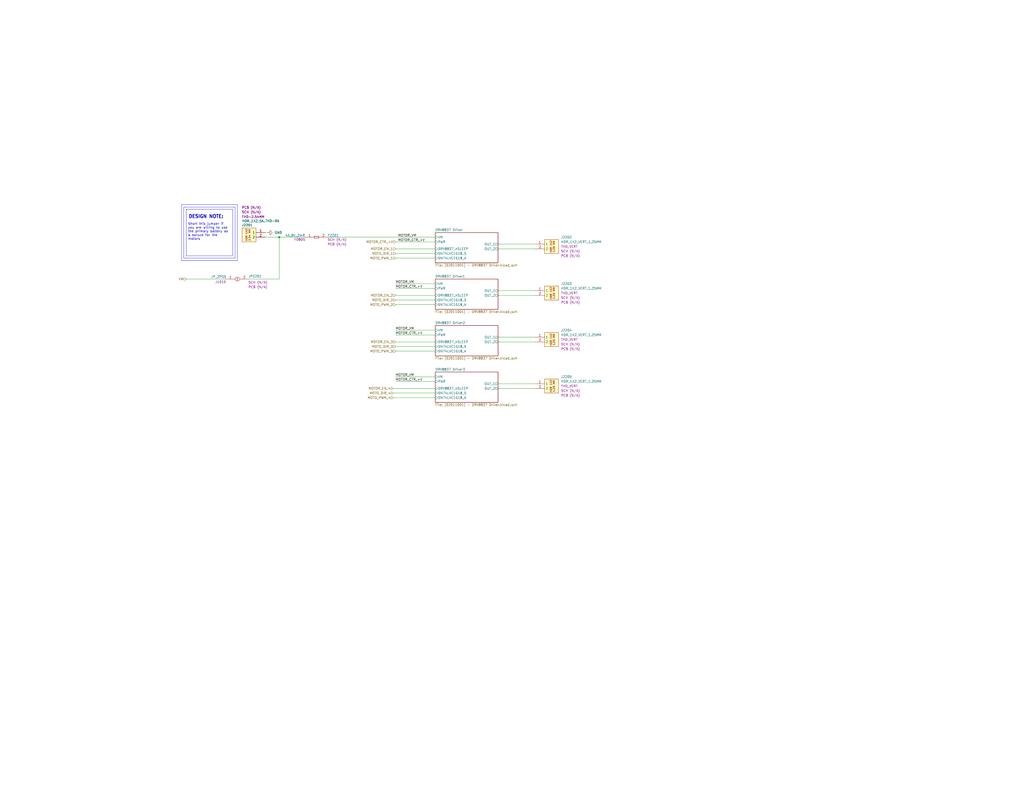
<source format=kicad_sch>
(kicad_sch (version 20231120) (generator "eeschema") (generator_version "8.0")
  (paper "C")
  (title_block (title "Quadcopter") (date "2024-03-17") (rev "01") (company "Mend0z0") (comment 1 "01") (comment 2 "PRELIMINARY") (comment 3 "Siavash Taher Parvar") (comment 8 "N/A") (comment 9 "First Version"))
  (lib_symbols
    (symbol "_SCHLIB_Qcopter:CONN_HDR_1X2_5A_RA_THD-2.54MM"
      (property "Reference" "J" (at 3.556 4.064 0))
      (property "Value" "HDR_1X2_5A_THD-RA" (at 3.81 6.604 0))
      (property "Package" "THD-2.54MM" (at 3.81 35.306 0))
      (property "SCH CHECK" "SCH (N/A)" (at 3.81 29.972 0))
      (property "PCB CHECK" "PCB (N/A)" (at 3.81 32.512 0))
      (symbol "CONN_HDR_1X2_5A_RA_THD-2.54MM_1_1"
        (rectangle (start 0 0) (end 7.62 -7.62) (fill (type background)))
        (text "HDR 1X2\n2.54 MM" (at 4.318 -3.81 900) (effects (font (size 1.016 1.016))))
        (pin passive line (at -5.08 -2.54 0) (length 5.08) (name "1") (number "1"))
        (pin passive line (at -5.08 -5.08 0) (length 5.08) (name "2") (number "2"))
      )
    )
    (symbol "_SCHLIB_Qcopter:CONN_HDR_1X2_VERT_THD-1.25MM"
      (property "Reference" "J" (at 3.556 4.064 0))
      (property "Value" "HDR_1X2_VERT_1.25MM" (at 3.81 6.604 0))
      (property "Package" "THD_VERT" (at 3.81 35.306 0))
      (property "SCH CHECK" "SCH (N/A)" (at 3.81 29.972 0))
      (property "PCB CHECK" "PCB (N/A)" (at 3.81 32.512 0))
      (symbol "CONN_HDR_1X2_VERT_THD-1.25MM_1_1"
        (rectangle (start 0 0) (end 7.62 -7.62) (fill (type background)))
        (text "HDR 1X2\n1.25 MM" (at 4.318 -3.81 900) (effects (font (size 1.016 1.016))))
        (pin passive line (at -5.08 -2.54 0) (length 5.08) (name "1") (number "1"))
        (pin passive line (at -5.08 -5.08 0) (length 5.08) (name "2") (number "2"))
      )
    )
    (symbol "_SCHLIB_Qcopter:FUSE_PTC_PTSLR08058V400_4A_8A_8V_F0805"
      (property "Reference" "F" (at 3.556 4.064 0))
      (property "Value" "4A_8V_2mR" (at 3.81 6.604 0))
      (property "Package" "F0805" (at 3.81 35.306 0))
      (property "SCH CHECK" "SCH (N/A)" (at 3.81 29.972 0))
      (property "PCB CHECK" "PCB (N/A)" (at 3.81 32.512 0))
      (symbol "FUSE_PTC_PTSLR08058V400_4A_8A_8V_F0805_0_1"
        (polyline (pts (xy 5.08 0) (xy 7.62 0)))
        (polyline (pts (xy 5.08 0.635) (xy 7.62 0.635) (xy 7.62 -0.635) (xy 5.08 -0.635) (xy 5.08 0.635)))
      )
      (symbol "FUSE_PTC_PTSLR08058V400_4A_8A_8V_F0805_1_1"
        (pin passive line (at 0 0 0) (length 5.08) (name "") (number "1"))
        (pin passive line (at 12.7 0 180) (length 5.08) (name "") (number "2"))
      )
    )
    (symbol "_SCHLIB_Qcopter:MECH_JUMPER_2POS_J1015" (in_bom no)
      (property "Reference" "JP" (at 3.556 4.064 0))
      (property "Value" "JP_2POS" (at 3.81 6.604 0))
      (property "Package" "J1015" (at 3.81 35.306 0))
      (property "SCH CHECK" "SCH (N/A)" (at 3.81 29.972 0))
      (property "PCB CHECK" "PCB (N/A)" (at 3.81 32.512 0))
      (symbol "MECH_JUMPER_2POS_J1015_0_1"
        (polyline (pts (xy 6.096 1.016) (xy 6.096 -1.016)))
        (polyline (pts (xy 6.604 1.016) (xy 6.604 -1.016)))
        (arc (start 6.096 1.016) (mid 5.08 0) (end 6.096 -1.016))
        (arc (start 6.604 -1.016) (mid 7.62 0) (end 6.604 1.016))
      )
      (symbol "MECH_JUMPER_2POS_J1015_1_1"
        (pin passive line (at 0 0 0) (length 5.08) (name "") (number "1"))
        (pin passive line (at 12.7 0 180) (length 5.08) (name "") (number "2"))
      )
    )
    (symbol "power:GND" (power) (pin_numbers hide) (pin_names (offset 0) hide)
      (property "Value" "GND" (at 0 -3.81 0))
      (symbol "GND_0_1"
        (polyline (pts (xy 0 0) (xy 0 -1.27) (xy 1.27 -1.27) (xy 0 -2.54) (xy -1.27 -1.27) (xy 0 -1.27)))
      )
      (symbol "GND_1_1"
        (pin power_in line (at 0 0 270) (length 0) (name "~") (number "1"))
      )
    )
  )
  (junction (at 152.4 129.54))
  (polyline (pts (xy 99.06 111.76) (xy 129.54 111.76)))
  (wire (pts (xy 179.07 129.54) (xy 237.49 129.54)))
  (wire (pts (xy 135.89 152.4) (xy 152.4 152.4)))
  (wire (pts (xy 271.78 158.75) (xy 292.1 158.75)))
  (wire (pts (xy 215.9 135.89) (xy 237.49 135.89)))
  (wire (pts (xy 215.9 186.69) (xy 237.49 186.69)))
  (wire (pts (xy 215.9 138.43) (xy 237.49 138.43)))
  (wire (pts (xy 215.9 163.83) (xy 237.49 163.83)))
  (wire (pts (xy 215.9 132.08) (xy 237.49 132.08)))
  (polyline (pts (xy 99.06 142.24) (xy 129.54 142.24)))
  (wire (pts (xy 215.9 189.23) (xy 237.49 189.23)))
  (polyline (pts (xy 100.33 113.03) (xy 128.27 113.03)))
  (polyline (pts (xy 128.27 140.97) (xy 100.33 140.97)))
  (polyline (pts (xy 100.33 113.03) (xy 100.33 140.97)))
  (wire (pts (xy 215.9 191.77) (xy 237.49 191.77)))
  (wire (pts (xy 215.9 157.48) (xy 237.49 157.48)))
  (wire (pts (xy 215.9 161.29) (xy 237.49 161.29)))
  (polyline (pts (xy 128.27 113.03) (xy 128.27 140.97)))
  (wire (pts (xy 214.63 214.63) (xy 237.49 214.63)))
  (wire (pts (xy 271.78 135.89) (xy 292.1 135.89)))
  (wire (pts (xy 292.1 184.15) (xy 271.78 184.15)))
  (wire (pts (xy 214.63 217.17) (xy 237.49 217.17)))
  (wire (pts (xy 215.9 140.97) (xy 237.49 140.97)))
  (wire (pts (xy 152.4 152.4) (xy 152.4 129.54)))
  (wire (pts (xy 271.78 212.09) (xy 292.1 212.09)))
  (wire (pts (xy 215.9 182.88) (xy 237.49 182.88)))
  (wire (pts (xy 214.63 212.09) (xy 237.49 212.09)))
  (wire (pts (xy 144.78 127) (xy 146.05 127)))
  (wire (pts (xy 237.49 154.94) (xy 215.9 154.94)))
  (wire (pts (xy 237.49 180.34) (xy 215.9 180.34)))
  (wire (pts (xy 271.78 161.29) (xy 292.1 161.29)))
  (polyline (pts (xy 99.06 111.76) (xy 99.06 142.24)))
  (wire (pts (xy 152.4 129.54) (xy 144.78 129.54)))
  (wire (pts (xy 123.19 152.4) (xy 101.6 152.4)))
  (wire (pts (xy 237.49 205.74) (xy 215.9 205.74)))
  (wire (pts (xy 215.9 166.37) (xy 237.49 166.37)))
  (wire (pts (xy 271.78 209.55) (xy 292.1 209.55)))
  (wire (pts (xy 271.78 186.69) (xy 292.1 186.69)))
  (wire (pts (xy 215.9 208.28) (xy 237.49 208.28)))
  (polyline (pts (xy 129.54 111.76) (xy 129.54 142.24)))
  (wire (pts (xy 271.78 133.35) (xy 292.1 133.35)))
  (wire (pts (xy 152.4 129.54) (xy 166.37 129.54)))
  (text_box "\n\n\nShort this jumper if you are willing to use the primary battery as a soruce for the motors" (at 101.6 114.3 0) (size 25.4 25.4) (effects (font (size 1.27 1.27)) (justify left top)))
  (text "DESIGN NOTE:" (at 102.87 119.38 0) (effects (font (size 1.8 1.8) (bold yes)) (justify left bottom)))
  (label "MOTOR_VM" (at 215.9 180.34 0))
  (label "MOTOR_VM" (at 217.17 129.54 0))
  (label "MOTOR_CTR_+V" (at 215.9 208.28 0))
  (label "MOTOR_CTR_+V" (at 215.9 157.48 0))
  (label "MOTOR_VM" (at 215.9 154.94 0))
  (label "MOTOR_CTR_+V" (at 217.17 132.08 0))
  (label "MOTOR_VM" (at 215.9 205.74 0))
  (label "MOTOR_CTR_+V" (at 215.9 182.88 0))
  (hierarchical_label "VM" (shape input) (at 101.6 152.4 180))
  (hierarchical_label "MOTOR_EN_2" (shape input) (at 215.9 161.29 180))
  (hierarchical_label "MOTOR_CTR_+V" (shape input) (at 215.9 132.08 180))
  (hierarchical_label "MOTO_DIR_3" (shape input) (at 215.9 189.23 180))
  (hierarchical_label "MOTO_PWM_2" (shape input) (at 215.9 166.37 180))
  (hierarchical_label "MOTO_DIR_2" (shape input) (at 215.9 163.83 180))
  (hierarchical_label "MOTO_PWM_1" (shape input) (at 215.9 140.97 180))
  (hierarchical_label "MOTOR_EN_4" (shape input) (at 214.63 212.09 180))
  (hierarchical_label "MOTOR_EN_3" (shape input) (at 215.9 186.69 180))
  (hierarchical_label "MOTO_PWM_4" (shape input) (at 214.63 217.17 180))
  (hierarchical_label "MOTO_PWM_3" (shape input) (at 215.9 191.77 180))
  (hierarchical_label "MOTO_DIR_1" (shape input) (at 215.9 138.43 180))
  (hierarchical_label "MOTO_DIR_4" (shape input) (at 214.63 214.63 180))
  (hierarchical_label "MOTOR_EN_1" (shape input) (at 215.9 135.89 180))
  (symbol (lib_id "_SCHLIB_Qcopter:CONN_HDR_1X2_5A_RA_THD-2.54MM") (at 139.7 124.46 0) (mirror y) (unit 1)
    (property "Reference" "J2201" (at 134.874 122.936 0))
    (property "Value" "HDR_1X2_5A_THD-RA" (at 142.24 120.65 0))
    (property "Footprint" "Connector_PinHeader_2.54mm:PinHeader_1x02_P2.54mm_Horizontal" (effects (hide yes)))
    (property "Datasheet" "https://mm.digikey.com/Volume0/opasdata/d220001/medias/docus/386/SWR25X-NRTC-Sxx-Rx-BA.pdf" (effects (hide yes)))
    (property "Description" "Connector Header Through Hole, Right Angle 2 position 0.100\" (2.54mm)" (effects (hide yes)))
    (property "Package" "THD-2.54MM" (at 138.176 118.364 0))
    (property "Part Number (Manufacturer)" "SWR25X-NRTC-S02-RB-BA" (effects (hide yes)))
    (property "Manufacturer" "Sullins Connector Solutions" (effects (hide yes)))
    (property "Part Number (Vendor)" "S9499-ND" (effects (hide yes)))
    (property "Vendor" "Digikey" (effects (hide yes)))
    (property "Purchase Link" "https://www.digikey.ca/en/products/detail/sullins-connector-solutions/SWR25X-NRTC-S02-RB-BA/2769660" (effects (hide yes)))
    (property "SCH CHECK" "SCH (N/A)" (at 137.16 115.824 0))
    (property "PCB CHECK" "PCB (N/A)" (at 137.16 113.284 0))
  )
  (symbol (lib_id "_SCHLIB_Qcopter:CONN_HDR_1X2_VERT_THD-1.25MM") (at 297.18 130.81 0) (unit 1)
    (property "Reference" "J2202" (at 306.07 129.5399 0) (effects (justify left)))
    (property "Value" "HDR_1X2_VERT_1.25MM" (at 306.07 132.0799 0) (effects (justify left)))
    (property "Footprint" "Connector_Hirose:Hirose_DF13-02P-1.25DSA_1x02_P1.25mm_Vertical" (effects (hide yes)))
    (property "Datasheet" "https://cdn.amphenol-cs.com/media/wysiwyg/files/documentation/datasheet/boardwiretoboard/bwb_1.25mm_wtb.pdf" (effects (hide yes)))
    (property "Description" "Connector Header Through Hole 2 position 0.049\" (1.25mm)" (effects (hide yes)))
    (property "Package" "THD_VERT" (at 306.07 134.6199 0) (effects (justify left)))
    (property "Part Number (Manufacturer)" "10114829-10102LF" (effects (hide yes)))
    (property "Manufacturer" "Amphenol ICC (FCI)" (effects (hide yes)))
    (property "Part Number (Vendor)" "609-4383-2-ND" (effects (hide yes)))
    (property "Vendor" "Digikey" (effects (hide yes)))
    (property "Purchase Link" "https://www.digikey.ca/en/products/detail/amphenol-cs-fci/10114829-10102LF/2658929" (effects (hide yes)))
    (property "SCH CHECK" "SCH (N/A)" (at 306.07 137.1599 0) (effects (justify left)))
    (property "PCB CHECK" "PCB (N/A)" (at 306.07 139.6999 0) (effects (justify left)))
  )
  (symbol (lib_id "_SCHLIB_Qcopter:MECH_JUMPER_2POS_J1015") (at 123.19 152.4 0) (unit 1) (in_bom no)
    (property "Reference" "JP2201" (at 139.192 150.876 0))
    (property "Value" "JP_2POS" (at 119.38 151.13 0))
    (property "Footprint" "Jumper:SolderJumper-2_P1.3mm_Open_TrianglePad1.0x1.5mm" (effects (hide yes)))
    (property "Datasheet" "N/A" (effects (hide yes)))
    (property "Description" "Jumper, 2POS, J1015" (effects (hide yes)))
    (property "Package" "J1015" (at 120.396 153.924 0))
    (property "Part Number (Manufacturer)" "N/A" (effects (hide yes)))
    (property "Manufacturer" "N/A" (effects (hide yes)))
    (property "Part Number (Vendor)" "N/A" (effects (hide yes)))
    (property "Vendor" "N/A" (effects (hide yes)))
    (property "Purchase Link" "N/A" (effects (hide yes)))
    (property "SCH CHECK" "SCH (N/A)" (at 140.716 154.178 0))
    (property "PCB CHECK" "PCB (N/A)" (at 140.716 156.718 0))
  )
  (symbol (lib_id "_SCHLIB_Qcopter:FUSE_PTC_PTSLR08058V400_4A_8A_8V_F0805") (at 166.37 129.54 0) (unit 1)
    (property "Reference" "F2201" (at 181.864 128.524 0))
    (property "Value" "4A_8V_2mR" (at 161.036 128.524 0))
    (property "Footprint" "Fuse:Fuse_0805_2012Metric" (effects (hide yes)))
    (property "Datasheet" "https://www.eaton.com/content/dam/eaton/products/electronic-components/resources/data-sheet/eaton-ptslr0805-surface-mount-resettable-fuse-data-sheet.pdf" (effects (hide yes)))
    (property "Description" "PTC Resettable Fuse 8V 4 A Ih Surface Mount 0805 (2012 Metric), Concave" (effects (hide yes)))
    (property "Package" "F0805" (at 163.576 130.81 0))
    (property "Part Number (Manufacturer)" "PTSLR08058V400" (effects (hide yes)))
    (property "Manufacturer" "Eaton - Electronics Division" (effects (hide yes)))
    (property "Part Number (Vendor)" "283-PTSLR08058V400TR-ND" (effects (hide yes)))
    (property "Vendor" "Digikey" (effects (hide yes)))
    (property "Purchase Link" "https://www.digikey.ca/en/products/detail/eaton-electronics-division/PTSLR08058V400/15193511" (effects (hide yes)))
    (property "SCH CHECK" "SCH (N/A)" (at 183.896 130.81 0))
    (property "PCB CHECK" "PCB (N/A)" (at 183.896 133.35 0))
  )
  (symbol (lib_id "power:GND") (at 146.05 127 90) (unit 1)
    (property "Reference" "#PWR02201" (effects (hide yes)))
    (property "Value" "GND" (at 149.86 126.9999 90) (effects (justify right)))
    (property "Description" "Power symbol creates a global label with name \"GND\" , ground" (effects (hide yes)))
  )
  (symbol (lib_id "_SCHLIB_Qcopter:CONN_HDR_1X2_VERT_THD-1.25MM") (at 297.18 156.21 0) (unit 1)
    (property "Reference" "J2203" (at 306.07 154.9399 0) (effects (justify left)))
    (property "Value" "HDR_1X2_VERT_1.25MM" (at 306.07 157.4799 0) (effects (justify left)))
    (property "Footprint" "Connector_Hirose:Hirose_DF13-02P-1.25DSA_1x02_P1.25mm_Vertical" (effects (hide yes)))
    (property "Datasheet" "https://cdn.amphenol-cs.com/media/wysiwyg/files/documentation/datasheet/boardwiretoboard/bwb_1.25mm_wtb.pdf" (effects (hide yes)))
    (property "Description" "Connector Header Through Hole 2 position 0.049\" (1.25mm)" (effects (hide yes)))
    (property "Package" "THD_VERT" (at 306.07 160.0199 0) (effects (justify left)))
    (property "Part Number (Manufacturer)" "10114829-10102LF" (effects (hide yes)))
    (property "Manufacturer" "Amphenol ICC (FCI)" (effects (hide yes)))
    (property "Part Number (Vendor)" "609-4383-2-ND" (effects (hide yes)))
    (property "Vendor" "Digikey" (effects (hide yes)))
    (property "Purchase Link" "https://www.digikey.ca/en/products/detail/amphenol-cs-fci/10114829-10102LF/2658929" (effects (hide yes)))
    (property "SCH CHECK" "SCH (N/A)" (at 306.07 162.5599 0) (effects (justify left)))
    (property "PCB CHECK" "PCB (N/A)" (at 306.07 165.0999 0) (effects (justify left)))
  )
  (symbol (lib_id "_SCHLIB_Qcopter:CONN_HDR_1X2_VERT_THD-1.25MM") (at 297.18 181.61 0) (unit 1)
    (property "Reference" "J2204" (at 306.07 180.3399 0) (effects (justify left)))
    (property "Value" "HDR_1X2_VERT_1.25MM" (at 306.07 182.8799 0) (effects (justify left)))
    (property "Footprint" "Connector_Hirose:Hirose_DF13-02P-1.25DSA_1x02_P1.25mm_Vertical" (effects (hide yes)))
    (property "Datasheet" "https://cdn.amphenol-cs.com/media/wysiwyg/files/documentation/datasheet/boardwiretoboard/bwb_1.25mm_wtb.pdf" (effects (hide yes)))
    (property "Description" "Connector Header Through Hole 2 position 0.049\" (1.25mm)" (effects (hide yes)))
    (property "Package" "THD_VERT" (at 306.07 185.4199 0) (effects (justify left)))
    (property "Part Number (Manufacturer)" "10114829-10102LF" (effects (hide yes)))
    (property "Manufacturer" "Amphenol ICC (FCI)" (effects (hide yes)))
    (property "Part Number (Vendor)" "609-4383-2-ND" (effects (hide yes)))
    (property "Vendor" "Digikey" (effects (hide yes)))
    (property "Purchase Link" "https://www.digikey.ca/en/products/detail/amphenol-cs-fci/10114829-10102LF/2658929" (effects (hide yes)))
    (property "SCH CHECK" "SCH (N/A)" (at 306.07 187.9599 0) (effects (justify left)))
    (property "PCB CHECK" "PCB (N/A)" (at 306.07 190.4999 0) (effects (justify left)))
  )
  (symbol (lib_id "_SCHLIB_Qcopter:CONN_HDR_1X2_VERT_THD-1.25MM") (at 297.18 207.01 0) (unit 1)
    (property "Reference" "J2205" (at 306.07 205.7399 0) (effects (justify left)))
    (property "Value" "HDR_1X2_VERT_1.25MM" (at 306.07 208.2799 0) (effects (justify left)))
    (property "Footprint" "Connector_Hirose:Hirose_DF13-02P-1.25DSA_1x02_P1.25mm_Vertical" (effects (hide yes)))
    (property "Datasheet" "https://cdn.amphenol-cs.com/media/wysiwyg/files/documentation/datasheet/boardwiretoboard/bwb_1.25mm_wtb.pdf" (effects (hide yes)))
    (property "Description" "Connector Header Through Hole 2 position 0.049\" (1.25mm)" (effects (hide yes)))
    (property "Package" "THD_VERT" (at 306.07 210.8199 0) (effects (justify left)))
    (property "Part Number (Manufacturer)" "10114829-10102LF" (effects (hide yes)))
    (property "Manufacturer" "Amphenol ICC (FCI)" (effects (hide yes)))
    (property "Part Number (Vendor)" "609-4383-2-ND" (effects (hide yes)))
    (property "Vendor" "Digikey" (effects (hide yes)))
    (property "Purchase Link" "https://www.digikey.ca/en/products/detail/amphenol-cs-fci/10114829-10102LF/2658929" (effects (hide yes)))
    (property "SCH CHECK" "SCH (N/A)" (at 306.07 213.3599 0) (effects (justify left)))
    (property "PCB CHECK" "PCB (N/A)" (at 306.07 215.8999 0) (effects (justify left)))
  )
  (sheet (at 237.49 152.4) (size 34.29 16.51) (stroke (width 0.1524))
    (property "Sheetname" "DRV8837 Driver1" (at 237.49 151.6884 0) (effects (justify left bottom)))
    (property "Sheetfile" "[02011001] - DRV8837 Driver.kicad_sch" (at 237.49 169.4946 0) (effects (justify left top)))
    (pin "SN74LVC1G18_S" input (at 237.49 163.83 180))
    (pin "SN74LVC1G18_A" input (at 237.49 166.37 180))
    (pin "OUT_2" output (at 271.78 161.29 0))
    (pin "OUT_1" output (at 271.78 158.75 0))
    (pin "DRV8837_nSLEEP" input (at 237.49 161.29 180))
    (pin "PWR" input (at 237.49 157.48 180))
    (pin "VM" input (at 237.49 154.94 180))
  )
  (sheet (at 237.49 177.8) (size 34.29 16.51) (stroke (width 0.1524))
    (property "Sheetname" "DRV8837 Driver2" (at 237.49 177.0884 0) (effects (justify left bottom)))
    (property "Sheetfile" "[02011001] - DRV8837 Driver.kicad_sch" (at 237.49 194.8946 0) (effects (justify left top)))
    (pin "SN74LVC1G18_S" input (at 237.49 189.23 180))
    (pin "SN74LVC1G18_A" input (at 237.49 191.77 180))
    (pin "OUT_2" output (at 271.78 186.69 0))
    (pin "OUT_1" output (at 271.78 184.15 0))
    (pin "DRV8837_nSLEEP" input (at 237.49 186.69 180))
    (pin "PWR" input (at 237.49 182.88 180))
    (pin "VM" input (at 237.49 180.34 180))
  )
  (sheet (at 237.49 127) (size 34.29 16.51) (stroke (width 0.1524))
    (property "Sheetname" "DRV8837 Driver" (at 237.49 126.2884 0) (effects (justify left bottom)))
    (property "Sheetfile" "[02011001] - DRV8837 Driver.kicad_sch" (at 237.49 144.0946 0) (effects (justify left top)))
    (pin "SN74LVC1G18_S" input (at 237.49 138.43 180))
    (pin "SN74LVC1G18_A" input (at 237.49 140.97 180))
    (pin "OUT_2" output (at 271.78 135.89 0))
    (pin "OUT_1" output (at 271.78 133.35 0))
    (pin "DRV8837_nSLEEP" input (at 237.49 135.89 180))
    (pin "PWR" input (at 237.49 132.08 180))
    (pin "VM" input (at 237.49 129.54 180))
  )
  (sheet (at 237.49 203.2) (size 34.29 16.51) (stroke (width 0.1524))
    (property "Sheetname" "DRV8837 Driver3" (at 237.49 202.4884 0) (effects (justify left bottom)))
    (property "Sheetfile" "[02011001] - DRV8837 Driver.kicad_sch" (at 237.49 220.2946 0) (effects (justify left top)))
    (pin "SN74LVC1G18_S" input (at 237.49 214.63 180))
    (pin "SN74LVC1G18_A" input (at 237.49 217.17 180))
    (pin "OUT_2" output (at 271.78 212.09 0))
    (pin "OUT_1" output (at 271.78 209.55 0))
    (pin "DRV8837_nSLEEP" input (at 237.49 212.09 180))
    (pin "PWR" input (at 237.49 208.28 180))
    (pin "VM" input (at 237.49 205.74 180))
  )
)
</source>
